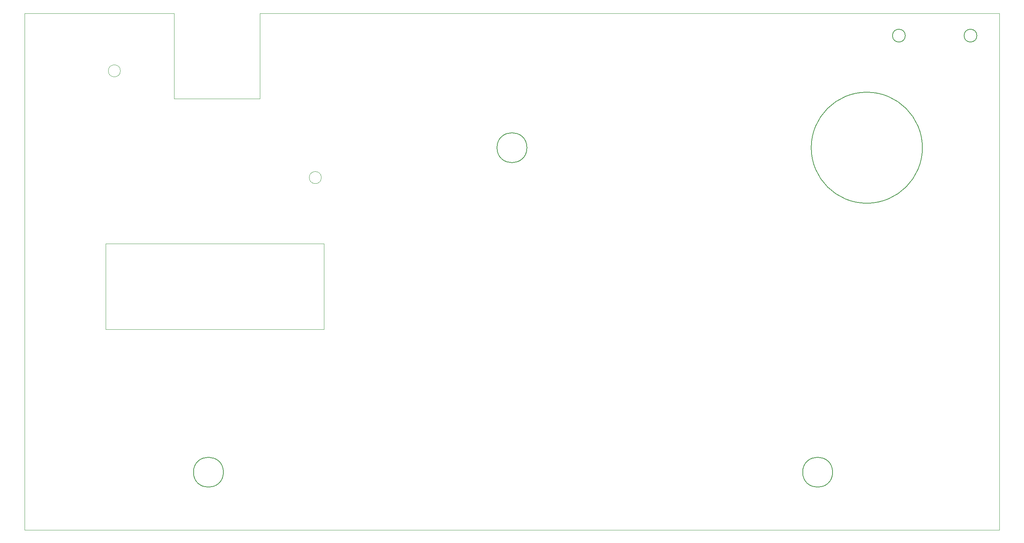
<source format=gbr>
%TF.GenerationSoftware,KiCad,Pcbnew,7.0.10*%
%TF.CreationDate,2024-01-17T17:08:55-05:00*%
%TF.ProjectId,Telstar Alpha,54656c73-7461-4722-9041-6c7068612e6b,0.1*%
%TF.SameCoordinates,Original*%
%TF.FileFunction,Profile,NP*%
%FSLAX46Y46*%
G04 Gerber Fmt 4.6, Leading zero omitted, Abs format (unit mm)*
G04 Created by KiCad (PCBNEW 7.0.10) date 2024-01-17 17:08:55*
%MOMM*%
%LPD*%
G01*
G04 APERTURE LIST*
%TA.AperFunction,Profile*%
%ADD10C,0.200000*%
%TD*%
%TA.AperFunction,Profile*%
%ADD11C,0.100000*%
%TD*%
G04 APERTURE END LIST*
D10*
X209000000Y-127500000D02*
G75*
G03*
X202000000Y-127500000I-3500000J0D01*
G01*
X202000000Y-127500000D02*
G75*
G03*
X209000000Y-127500000I3500000J0D01*
G01*
D11*
X90000000Y-94000000D02*
X90000000Y-74000000D01*
X20000000Y-20000000D02*
X55000000Y-20000000D01*
X20000000Y-141000000D02*
X20000000Y-20000000D01*
X75000000Y-20000000D02*
X248000000Y-20000000D01*
X90000000Y-74000000D02*
X39000000Y-74000000D01*
D10*
X230000000Y-51500000D02*
G75*
G03*
X204000000Y-51500000I-13000000J0D01*
G01*
X204000000Y-51500000D02*
G75*
G03*
X230000000Y-51500000I13000000J0D01*
G01*
D11*
X39000000Y-94000000D02*
X90000000Y-94000000D01*
X248000000Y-141000000D02*
X20000000Y-141000000D01*
D10*
X226000000Y-25250000D02*
G75*
G03*
X223000000Y-25250000I-1500000J0D01*
G01*
X223000000Y-25250000D02*
G75*
G03*
X226000000Y-25250000I1500000J0D01*
G01*
D11*
X75000000Y-40000000D02*
X75000000Y-20000000D01*
X248000000Y-20000000D02*
X248000000Y-141000000D01*
X42414214Y-33500000D02*
G75*
G03*
X39585786Y-33500000I-1414214J0D01*
G01*
X39585786Y-33500000D02*
G75*
G03*
X42414214Y-33500000I1414214J0D01*
G01*
D10*
X66500000Y-127500000D02*
G75*
G03*
X59500000Y-127500000I-3500000J0D01*
G01*
X59500000Y-127500000D02*
G75*
G03*
X66500000Y-127500000I3500000J0D01*
G01*
X242750000Y-25250000D02*
G75*
G03*
X239750000Y-25250000I-1500000J0D01*
G01*
X239750000Y-25250000D02*
G75*
G03*
X242750000Y-25250000I1500000J0D01*
G01*
X137500000Y-51500000D02*
G75*
G03*
X130500000Y-51500000I-3500000J0D01*
G01*
X130500000Y-51500000D02*
G75*
G03*
X137500000Y-51500000I3500000J0D01*
G01*
D11*
X55000000Y-20000000D02*
X55000000Y-40000000D01*
X55000000Y-40000000D02*
X75000000Y-40000000D01*
X89414214Y-58500000D02*
G75*
G03*
X86585786Y-58500000I-1414214J0D01*
G01*
X86585786Y-58500000D02*
G75*
G03*
X89414214Y-58500000I1414214J0D01*
G01*
X39000000Y-74000000D02*
X39000000Y-94000000D01*
M02*

</source>
